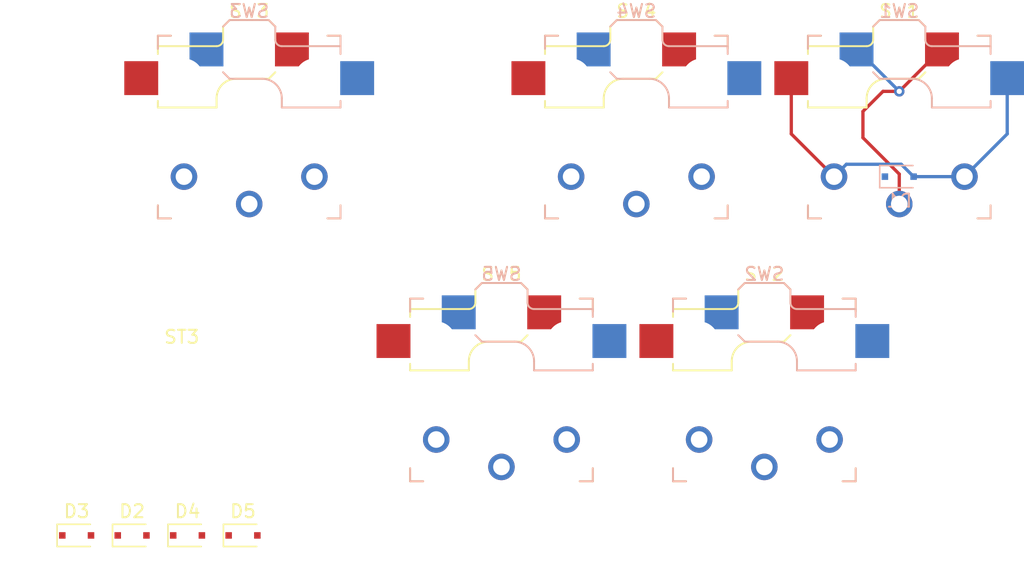
<source format=kicad_pcb>
(kicad_pcb (version 20211014) (generator pcbnew)
  (layers (0 "F.Cu" signal) (31 "B.Cu" signal) (34 "B.Paste" user) (35 "F.Paste" user) (36 "B.SilkS" user "B.Silkscreen") (37 "F.SilkS" user "F.Silkscreen") (38 "B.Mask" user) (39 "F.Mask" user) (44 "Edge.Cuts" user))
  (net 0 "")
  (net 1 "COL0")
  (net 2 "COL1")
  (net 3 "COL2")
  (net 4 "N$1")
  (net 5 "N$2")
  (net 6 "N$3")
  (net 7 "N$4")
  (net 8 "N$5")
  (net 9 "ROW0")
  (net 10 "ROW1")
  (footprint "Diode_SMD:D_SOD-323F" (layer "F.Cu") (at 8.5 0)
    (fp_text reference "D2" (at 0 -1.85) (layer "F.SilkS"))
    (fp_text value "D")
    (fp_line (start -1.5 0.85) (end 1.05 0.85) (layer "F.SilkS") (width 0.12))
    (fp_line (start -1.5 -0.85) (end 1.05 -0.85) (layer "F.SilkS") (width 0.12))
    (fp_line (start -1.5 -0.85) (end -1.5 0.85) (layer "F.SilkS") (width 0.12))
    (pad "1" smd rect locked (at -1.1 0) (size 0.5 0.5) (layers "F.Cu" "F.Paste" "F.Mask") (net 10 "ROW1"))
    (pad "2" smd rect locked (at 1.1 0) (size 0.5 0.5) (layers "F.Cu" "F.Paste" "F.Mask") (net 5 "N$2"))
  )
  (footprint "Diode_SMD:D_SOD-323F" (layer "F.Cu") (at 4.25 0)
    (fp_text reference "D3" (at 0 -1.85) (layer "F.SilkS"))
    (fp_text value "D")
    (fp_line (start -1.5 -0.85) (end 1.05 -0.85) (layer "F.SilkS") (width 0.12))
    (fp_line (start -1.5 0.85) (end 1.05 0.85) (layer "F.SilkS") (width 0.12))
    (fp_line (start -1.5 -0.85) (end -1.5 0.85) (layer "F.SilkS") (width 0.12))
    (pad "1" smd rect locked (at -1.1 0) (size 0.5 0.5) (layers "F.Cu" "F.Paste" "F.Mask") (net 9 "ROW0"))
    (pad "2" smd rect locked (at 1.1 0) (size 0.5 0.5) (layers "F.Cu" "F.Paste" "F.Mask") (net 6 "N$3"))
  )
  (footprint "Diode_SMD:D_SOD-323F" (layer "F.Cu") (at 12.75 0)
    (fp_text reference "D4" (at 0 -1.85) (layer "F.SilkS"))
    (fp_text value "D")
    (fp_line (start -1.5 -0.85) (end -1.5 0.85) (layer "F.SilkS") (width 0.12))
    (fp_line (start -1.5 0.85) (end 1.05 0.85) (layer "F.SilkS") (width 0.12))
    (fp_line (start -1.5 -0.85) (end 1.05 -0.85) (layer "F.SilkS") (width 0.12))
    (pad "1" smd rect locked (at -1.1 0) (size 0.5 0.5) (layers "F.Cu" "F.Paste" "F.Mask") (net 10 "ROW1"))
    (pad "2" smd rect locked (at 1.1 0) (size 0.5 0.5) (layers "F.Cu" "F.Paste" "F.Mask") (net 7 "N$4"))
  )
  (footprint "Diode_SMD:D_SOD-323F" (layer "F.Cu") (at 17 0)
    (fp_text reference "D5" (at 0 -1.85) (layer "F.SilkS"))
    (fp_text value "D")
    (fp_line (start -1.5 -0.85) (end -1.5 0.85) (layer "F.SilkS") (width 0.12))
    (fp_line (start -1.5 0.85) (end 1.05 0.85) (layer "F.SilkS") (width 0.12))
    (fp_line (start -1.5 -0.85) (end 1.05 -0.85) (layer "F.SilkS") (width 0.12))
    (pad "1" smd rect locked (at -1.1 0) (size 0.5 0.5) (layers "F.Cu" "F.Paste" "F.Mask") (net 10 "ROW1"))
    (pad "2" smd rect locked (at 1.1 0) (size 0.5 0.5) (layers "F.Cu" "F.Paste" "F.Mask") (net 8 "N$5"))
  )
  (footprint "examples:Stabilizer_Cherry_MX_2u" (layer "F.Cu") (at 12.306899 -12.216001)
    (fp_text reference "ST3" (at 0 -3) (layer "F.SilkS"))
    (fp_text value "MountingHole")
    (pad "" np_thru_hole circle locked (at -11.938 -6.985) (size 3.048 3.048) (drill 3.048) (layers *.Cu *.Mask))
    (pad "" np_thru_hole circle locked (at 11.938 -6.985) (size 3.048 3.048) (drill 3.048) (layers *.Cu *.Mask))
    (pad "" np_thru_hole circle locked (at 11.938 8.255) (size 3.9878 3.9878) (drill 3.9878) (layers *.Cu *.Mask))
    (pad "" np_thru_hole circle locked (at -11.938 8.255) (size 3.9878 3.9878) (drill 3.9878) (layers *.Cu *.Mask))
  )
  (footprint "examples:Kailh_socket_PG1350_optional_reversible" (layer "F.Cu") (at 67.3 -31.3)
    (fp_text reference "SW1" (at 0 -8.89) (layer "F.SilkS"))
    (fp_text value "SW_Push")
    (fp_text user "${REFERENCE}" (at 0 -8.89) (layer "B.SilkS") (effects (justify mirror)))
    (fp_line (start -1.5 -8.2) (end 1.5 -8.2) (layer "B.SilkS") (width 0.15))
    (fp_line (start 7 -6.2) (end 2.5 -6.2) (layer "B.SilkS") (width 0.15))
    (fp_line (start 7 -5.6) (end 7 -6.2) (layer "B.SilkS") (width 0.15))
    (fp_line (start -2 -7.7) (end -1.5 -8.2) (layer "B.SilkS") (width 0.15))
    (fp_line (start 1.5 -8.2) (end 2 -7.7) (layer "B.SilkS") (width 0.15))
    (fp_line (start 2.5 -1.5) (end 7 -1.5) (layer "B.SilkS") (width 0.15))
    (fp_line (start 2 -6.7) (end 2 -7.7) (layer "B.SilkS") (width 0.15))
    (fp_line (start -7 -6) (end -7 -7) (layer "B.SilkS") (width 0.15))
    (fp_line (start -1.5 -3.7) (end 1 -3.7) (layer "B.SilkS") (width 0.15))
    (fp_line (start 6 -7) (end 7 -7) (layer "B.SilkS") (width 0.15))
    (fp_line (start -2 -4.2) (end -1.5 -3.7) (layer "B.SilkS") (width 0.15))
    (fp_line (start 2.5 -2.2) (end 2.5 -1.5) (layer "B.SilkS") (width 0.15))
    (fp_line (start 7 6) (end 7 7) (layer "B.SilkS") (width 0.15))
    (fp_line (start 7 -7) (end 7 -6) (layer "B.SilkS") (width 0.15))
    (fp_line (start 7 -1.5) (end 7 -2) (layer "B.SilkS") (width 0.15))
    (fp_line (start -7 7) (end -7 6) (layer "B.SilkS") (width 0.15))
    (fp_line (start -6 7) (end -7 7) (layer "B.SilkS") (width 0.15))
    (fp_line (start -7 -7) (end -6 -7) (layer "B.SilkS") (width 0.15))
    (fp_line (start 7 7) (end 6 7) (layer "B.SilkS") (width 0.15))
    (fp_arc (start 1 -3.7) (mid 2.06066 -3.26066) (end 2.5 -2.2) (layer "B.SilkS") (width 0.15))
    (fp_arc (start 2.5 -6.2) (mid 2.146447 -6.346447) (end 2 -6.7) (layer "B.SilkS") (width 0.15))
    (fp_line (start 1.5 -8.2) (end -1.5 -8.2) (layer "F.SilkS") (width 0.15))
    (fp_line (start -2.5 -1.5) (end -7 -1.5) (layer "F.SilkS") (width 0.15))
    (fp_line (start 1.5 -3.7) (end -1 -3.7) (layer "F.SilkS") (width 0.15))
    (fp_line (start -6 7) (end -7 7) (layer "F.SilkS") (width 0.15))
    (fp_line (start -7 7) (end -7 6) (layer "F.SilkS") (width 0.15))
    (fp_line (start -7 -1.5) (end -7 -2) (layer "F.SilkS") (width 0.15))
    (fp_line (start -7 -6.2) (end -2.5 -6.2) (layer "F.SilkS") (width 0.15))
    (fp_line (start -2.5 -2.2) (end -2.5 -1.5) (layer "F.SilkS") (width 0.15))
    (fp_line (start 2 -7.7) (end 1.5 -8.2) (layer "F.SilkS") (width 0.15))
    (fp_line (start -1.5 -8.2) (end -2 -7.7) (layer "F.SilkS") (width 0.15))
    (fp_line (start 2 -4.2) (end 1.5 -3.7) (layer "F.SilkS") (width 0.15))
    (fp_line (start 7 6) (end 7 7) (layer "F.SilkS") (width 0.15))
    (fp_line (start 7 7) (end 6 7) (layer "F.SilkS") (width 0.15))
    (fp_line (start 6 -7) (end 7 -7) (layer "F.SilkS") (width 0.15))
    (fp_line (start -2 -6.7) (end -2 -7.7) (layer "F.SilkS") (width 0.15))
    (fp_line (start -7 -7) (end -6 -7) (layer "F.SilkS") (width 0.15))
    (fp_line (start -7 -5.6) (end -7 -6.2) (layer "F.SilkS") (width 0.15))
    (fp_line (start 7 -7) (end 7 -6) (layer "F.SilkS") (width 0.15))
    (fp_line (start -7 -6) (end -7 -7) (layer "F.SilkS") (width 0.15))
    (fp_arc (start -2.5 -2.2) (mid -2.06066 -3.26066) (end -1 -3.7) (layer "F.SilkS") (width 0.15))
    (fp_arc (start -2 -6.7) (mid -2.146447 -6.346447) (end -2.5 -6.2) (layer "F.SilkS") (width 0.15))
    (pad "" np_thru_hole circle locked (at 0 -5.95) (size 3 3) (drill 3) (layers *.Cu *.Mask))
    (pad "" np_thru_hole circle locked (at 5.5 0) (size 1.7018 1.7018) (drill 1.7018) (layers *.Cu *.Mask))
    (pad "" np_thru_hole circle locked (at -5.5 0) (size 1.7018 1.7018) (drill 1.7018) (layers *.Cu *.Mask))
    (pad "" np_thru_hole circle locked (at -5 -3.75) (size 3 3) (drill 3) (layers *.Cu *.Mask))
    (pad "" np_thru_hole circle locked (at 0 0) (size 3.429 3.429) (drill 3.429) (layers *.Cu *.Mask))
    (pad "" np_thru_hole circle locked (at 5 -3.75) (size 3 3) (drill 3) (layers *.Cu *.Mask))
    (pad "1" smd rect locked (at 3.275 -5.95) (size 2.6 2.6) (layers "F.Cu" "F.Paste" "F.Mask") (net 1 "COL0"))
    (pad "1" thru_hole circle locked (at 0 5.9) (size 2.032 2.032) (drill 1.27) (layers *.Cu *.Mask) (net 1 "COL0"))
    (pad "1" smd rect locked (at -3.275 -5.95) (size 2.6 2.6) (layers "B.Cu" "B.Paste" "B.Mask") (net 1 "COL0"))
    (pad "2" smd rect locked (at -8.275 -3.75) (size 2.6 2.6) (layers "F.Cu" "F.Paste" "F.Mask") (net 4 "N$1"))
    (pad "2" thru_hole circle locked (at 5 3.8) (size 2.032 2.032) (drill 1.27) (layers *.Cu *.Mask) (net 4 "N$1"))
    (pad "2" thru_hole circle locked (at -5 3.8) (size 2.032 2.032) (drill 1.27) (layers *.Cu *.Mask) (net 4 "N$1"))
    (pad "2" smd rect locked (at 8.275 -3.75) (size 2.6 2.6) (layers "B.Cu" "B.Paste" "B.Mask") (net 4 "N$1"))
  )
  (footprint "examples:Kailh_socket_PG1350_optional_reversible" (layer "F.Cu") (at 56.96 -11.15)
    (fp_text reference "SW2" (at 0 -8.89) (layer "F.SilkS"))
    (fp_text value "SW_Push")
    (fp_text user "${REFERENCE}" (at 0 -8.89) (layer "B.SilkS") (effects (justify mirror)))
    (fp_line (start -1.5 -8.2) (end 1.5 -8.2) (layer "B.SilkS") (width 0.15))
    (fp_line (start -2 -7.7) (end -1.5 -8.2) (layer "B.SilkS") (width 0.15))
    (fp_line (start 7 -5.6) (end 7 -6.2) (layer "B.SilkS") (width 0.15))
    (fp_line (start -7 -7) (end -6 -7) (layer "B.SilkS") (width 0.15))
    (fp_line (start -1.5 -3.7) (end 1 -3.7) (layer "B.SilkS") (width 0.15))
    (fp_line (start 2.5 -1.5) (end 7 -1.5) (layer "B.SilkS") (width 0.15))
    (fp_line (start 1.5 -8.2) (end 2 -7.7) (layer "B.SilkS") (width 0.15))
    (fp_line (start 6 -7) (end 7 -7) (layer "B.SilkS") (width 0.15))
    (fp_line (start 7 -7) (end 7 -6) (layer "B.SilkS") (width 0.15))
    (fp_line (start 2 -6.7) (end 2 -7.7) (layer "B.SilkS") (width 0.15))
    (fp_line (start 7 -1.5) (end 7 -2) (layer "B.SilkS") (width 0.15))
    (fp_line (start 7 -6.2) (end 2.5 -6.2) (layer "B.SilkS") (width 0.15))
    (fp_line (start -7 -6) (end -7 -7) (layer "B.SilkS") (width 0.15))
    (fp_line (start 7 6) (end 7 7) (layer "B.SilkS") (width 0.15))
    (fp_line (start -2 -4.2) (end -1.5 -3.7) (layer "B.SilkS") (width 0.15))
    (fp_line (start 2.5 -2.2) (end 2.5 -1.5) (layer "B.SilkS") (width 0.15))
    (fp_line (start -6 7) (end -7 7) (layer "B.SilkS") (width 0.15))
    (fp_line (start 7 7) (end 6 7) (layer "B.SilkS") (width 0.15))
    (fp_line (start -7 7) (end -7 6) (layer "B.SilkS") (width 0.15))
    (fp_arc (start 1 -3.7) (mid 2.06066 -3.26066) (end 2.5 -2.2) (layer "B.SilkS") (width 0.15))
    (fp_arc (start 2.5 -6.2) (mid 2.146447 -6.346447) (end 2 -6.7) (layer "B.SilkS") (width 0.15))
    (fp_line (start -2.5 -2.2) (end -2.5 -1.5) (layer "F.SilkS") (width 0.15))
    (fp_line (start -7 -1.5) (end -7 -2) (layer "F.SilkS") (width 0.15))
    (fp_line (start 2 -4.2) (end 1.5 -3.7) (layer "F.SilkS") (width 0.15))
    (fp_line (start -1.5 -8.2) (end -2 -7.7) (layer "F.SilkS") (width 0.15))
    (fp_line (start 1.5 -8.2) (end -1.5 -8.2) (layer "F.SilkS") (width 0.15))
    (fp_line (start 7 6) (end 7 7) (layer "F.SilkS") (width 0.15))
    (fp_line (start 7 7) (end 6 7) (layer "F.SilkS") (width 0.15))
    (fp_line (start -7 -7) (end -6 -7) (layer "F.SilkS") (width 0.15))
    (fp_line (start 1.5 -3.7) (end -1 -3.7) (layer "F.SilkS") (width 0.15))
    (fp_line (start -2 -6.7) (end -2 -7.7) (layer "F.SilkS") (width 0.15))
    (fp_line (start -2.5 -1.5) (end -7 -1.5) (layer "F.SilkS") (width 0.15))
    (fp_line (start -6 7) (end -7 7) (layer "F.SilkS") (width 0.15))
    (fp_line (start -7 -6.2) (end -2.5 -6.2) (layer "F.SilkS") (width 0.15))
    (fp_line (start 2 -7.7) (end 1.5 -8.2) (layer "F.SilkS") (width 0.15))
    (fp_line (start -7 -5.6) (end -7 -6.2) (layer "F.SilkS") (width 0.15))
    (fp_line (start -7 -6) (end -7 -7) (layer "F.SilkS") (width 0.15))
    (fp_line (start 6 -7) (end 7 -7) (layer "F.SilkS") (width 0.15))
    (fp_line (start 7 -7) (end 7 -6) (layer "F.SilkS") (width 0.15))
    (fp_line (start -7 7) (end -7 6) (layer "F.SilkS") (width 0.15))
    (fp_arc (start -2 -6.7) (mid -2.146447 -6.346447) (end -2.5 -6.2) (layer "F.SilkS") (width 0.15))
    (fp_arc (start -2.5 -2.2) (mid -2.06066 -3.26066) (end -1 -3.7) (layer "F.SilkS") (width 0.15))
    (pad "" np_thru_hole circle locked (at 0 -5.95) (size 3 3) (drill 3) (layers *.Cu *.Mask))
    (pad "" np_thru_hole circle locked (at 5 -3.75) (size 3 3) (drill 3) (layers *.Cu *.Mask))
    (pad "" np_thru_hole circle locked (at -5.5 0) (size 1.7018 1.7018) (drill 1.7018) (layers *.Cu *.Mask))
    (pad "" np_thru_hole circle locked (at 5.5 0) (size 1.7018 1.7018) (drill 1.7018) (layers *.Cu *.Mask))
    (pad "" np_thru_hole circle locked (at 0 0) (size 3.429 3.429) (drill 3.429) (layers *.Cu *.Mask))
    (pad "" np_thru_hole circle locked (at -5 -3.75) (size 3 3) (drill 3) (layers *.Cu *.Mask))
    (pad "1" thru_hole circle locked (at 0 5.9) (size 2.032 2.032) (drill 1.27) (layers *.Cu *.Mask) (net 1 "COL0"))
    (pad "1" smd rect locked (at 3.275 -5.95) (size 2.6 2.6) (layers "F.Cu" "F.Paste" "F.Mask") (net 1 "COL0"))
    (pad "1" smd rect locked (at -3.275 -5.95) (size 2.6 2.6) (layers "B.Cu" "B.Paste" "B.Mask") (net 1 "COL0"))
    (pad "2" smd rect locked (at -8.275 -3.75) (size 2.6 2.6) (layers "F.Cu" "F.Paste" "F.Mask") (net 5 "N$2"))
    (pad "2" thru_hole circle locked (at -5 3.8) (size 2.032 2.032) (drill 1.27) (layers *.Cu *.Mask) (net 5 "N$2"))
    (pad "2" smd rect locked (at 8.275 -3.75) (size 2.6 2.6) (layers "B.Cu" "B.Paste" "B.Mask") (net 5 "N$2"))
    (pad "2" thru_hole circle locked (at 5 3.8) (size 2.032 2.032) (drill 1.27) (layers *.Cu *.Mask) (net 5 "N$2"))
  )
  (footprint "examples:Kailh_socket_PG1350_optional_reversible" (layer "F.Cu") (at 17.475 -31.3)
    (fp_text reference "SW3" (at 0 -8.89) (layer "F.SilkS"))
    (fp_text value "SW_Push")
    (fp_text user "${REFERENCE}" (at 0 -8.89) (layer "B.SilkS") (effects (justify mirror)))
    (fp_line (start -7 7) (end -7 6) (layer "B.SilkS") (width 0.15))
    (fp_line (start -1.5 -3.7) (end 1 -3.7) (layer "B.SilkS") (width 0.15))
    (fp_line (start 7 -7) (end 7 -6) (layer "B.SilkS") (width 0.15))
    (fp_line (start -7 -7) (end -6 -7) (layer "B.SilkS") (width 0.15))
    (fp_line (start -7 -6) (end -7 -7) (layer "B.SilkS") (width 0.15))
    (fp_line (start 7 -5.6) (end 7 -6.2) (layer "B.SilkS") (width 0.15))
    (fp_line (start 7 -6.2) (end 2.5 -6.2) (layer "B.SilkS") (width 0.15))
    (fp_line (start 7 -1.5) (end 7 -2) (layer "B.SilkS") (width 0.15))
    (fp_line (start -2 -4.2) (end -1.5 -3.7) (layer "B.SilkS") (width 0.15))
    (fp_line (start 2.5 -2.2) (end 2.5 -1.5) (layer "B.SilkS") (width 0.15))
    (fp_line (start -6 7) (end -7 7) (layer "B.SilkS") (width 0.15))
    (fp_line (start -2 -7.7) (end -1.5 -8.2) (layer "B.SilkS") (width 0.15))
    (fp_line (start 1.5 -8.2) (end 2 -7.7) (layer "B.SilkS") (width 0.15))
    (fp_line (start 6 -7) (end 7 -7) (layer "B.SilkS") (width 0.15))
    (fp_line (start 7 6) (end 7 7) (layer "B.SilkS") (width 0.15))
    (fp_line (start 2 -6.7) (end 2 -7.7) (layer "B.SilkS") (width 0.15))
    (fp_line (start -1.5 -8.2) (end 1.5 -8.2) (layer "B.SilkS") (width 0.15))
    (fp_line (start 7 7) (end 6 7) (layer "B.SilkS") (width 0.15))
    (fp_line (start 2.5 -1.5) (end 7 -1.5) (layer "B.SilkS") (width 0.15))
    (fp_arc (start 1 -3.7) (mid 2.06066 -3.26066) (end 2.5 -2.2) (layer "B.SilkS") (width 0.15))
    (fp_arc (start 2.5 -6.2) (mid 2.146447 -6.346447) (end 2 -6.7) (layer "B.SilkS") (width 0.15))
    (fp_line (start 1.5 -8.2) (end -1.5 -8.2) (layer "F.SilkS") (width 0.15))
    (fp_line (start 1.5 -3.7) (end -1 -3.7) (layer "F.SilkS") (width 0.15))
    (fp_line (start 6 -7) (end 7 -7) (layer "F.SilkS") (width 0.15))
    (fp_line (start 7 -7) (end 7 -6) (layer "F.SilkS") (width 0.15))
    (fp_line (start -2.5 -1.5) (end -7 -1.5) (layer "F.SilkS") (width 0.15))
    (fp_line (start -2.5 -2.2) (end -2.5 -1.5) (layer "F.SilkS") (width 0.15))
    (fp_line (start -1.5 -8.2) (end -2 -7.7) (layer "F.SilkS") (width 0.15))
    (fp_line (start 7 7) (end 6 7) (layer "F.SilkS") (width 0.15))
    (fp_line (start 2 -4.2) (end 1.5 -3.7) (layer "F.SilkS") (width 0.15))
    (fp_line (start -7 7) (end -7 6) (layer "F.SilkS") (width 0.15))
    (fp_line (start 7 6) (end 7 7) (layer "F.SilkS") (width 0.15))
    (fp_line (start -7 -7) (end -6 -7) (layer "F.SilkS") (width 0.15))
    (fp_line (start -2 -6.7) (end -2 -7.7) (layer "F.SilkS") (width 0.15))
    (fp_line (start -7 -6) (end -7 -7) (layer "F.SilkS") (width 0.15))
    (fp_line (start 2 -7.7) (end 1.5 -8.2) (layer "F.SilkS") (width 0.15))
    (fp_line (start -7 -1.5) (end -7 -2) (layer "F.SilkS") (width 0.15))
    (fp_line (start -7 -5.6) (end -7 -6.2) (layer "F.SilkS") (width 0.15))
    (fp_line (start -7 -6.2) (end -2.5 -6.2) (layer "F.SilkS") (width 0.15))
    (fp_line (start -6 7) (end -7 7) (layer "F.SilkS") (width 0.15))
    (fp_arc (start -2.5 -2.2) (mid -2.06066 -3.26066) (end -1 -3.7) (layer "F.SilkS") (width 0.15))
    (fp_arc (start -2 -6.7) (mid -2.146447 -6.346447) (end -2.5 -6.2) (layer "F.SilkS") (width 0.15))
    (pad "" np_thru_hole circle locked (at -5 -3.75) (size 3 3) (drill 3) (layers *.Cu *.Mask))
    (pad "" np_thru_hole circle locked (at -5.5 0) (size 1.7018 1.7018) (drill 1.7018) (layers *.Cu *.Mask))
    (pad "" np_thru_hole circle locked (at 5.5 0) (size 1.7018 1.7018) (drill 1.7018) (layers *.Cu *.Mask))
    (pad "" np_thru_hole circle locked (at 0 -5.95) (size 3 3) (drill 3) (layers *.Cu *.Mask))
    (pad "" np_thru_hole circle locked (at 5 -3.75) (size 3 3) (drill 3) (layers *.Cu *.Mask))
    (pad "" np_thru_hole circle locked (at 0 0) (size 3.429 3.429) (drill 3.429) (layers *.Cu *.Mask))
    (pad "1" smd rect locked (at -3.275 -5.95) (size 2.6 2.6) (layers "B.Cu" "B.Paste" "B.Mask") (net 2 "COL1"))
    (pad "1" smd rect locked (at 3.275 -5.95) (size 2.6 2.6) (layers "F.Cu" "F.Paste" "F.Mask") (net 2 "COL1"))
    (pad "1" thru_hole circle locked (at 0 5.9) (size 2.032 2.032) (drill 1.27) (layers *.Cu *.Mask) (net 2 "COL1"))
    (pad "2" thru_hole circle locked (at -5 3.8) (size 2.032 2.032) (drill 1.27) (layers *.Cu *.Mask) (net 6 "N$3"))
    (pad "2" smd rect locked (at -8.275 -3.75) (size 2.6 2.6) (layers "F.Cu" "F.Paste" "F.Mask") (net 6 "N$3"))
    (pad "2" smd rect locked (at 8.275 -3.75) (size 2.6 2.6) (layers "B.Cu" "B.Paste" "B.Mask") (net 6 "N$3"))
    (pad "2" thru_hole circle locked (at 5 3.8) (size 2.032 2.032) (drill 1.27) (layers *.Cu *.Mask) (net 6 "N$3"))
  )
  (footprint "examples:Kailh_socket_PG1350_optional_reversible" (layer "F.Cu") (at 47.15 -31.3)
    (fp_text reference "SW4" (at 0 -8.89) (layer "F.SilkS"))
    (fp_text value "SW_Push")
    (fp_text user "${REFERENCE}" (at 0 -8.89) (layer "B.SilkS") (effects (justify mirror)))
    (fp_line (start -1.5 -8.2) (end 1.5 -8.2) (layer "B.SilkS") (width 0.15))
    (fp_line (start 2.5 -1.5) (end 7 -1.5) (layer "B.SilkS") (width 0.15))
    (fp_line (start 7 -7) (end 7 -6) (layer "B.SilkS") (width 0.15))
    (fp_line (start 7 6) (end 7 7) (layer "B.SilkS") (width 0.15))
    (fp_line (start -7 -7) (end -6 -7) (layer "B.SilkS") (width 0.15))
    (fp_line (start -1.5 -3.7) (end 1 -3.7) (layer "B.SilkS") (width 0.15))
    (fp_line (start 6 -7) (end 7 -7) (layer "B.SilkS") (width 0.15))
    (fp_line (start -2 -7.7) (end -1.5 -8.2) (layer "B.SilkS") (width 0.15))
    (fp_line (start -6 7) (end -7 7) (layer "B.SilkS") (width 0.15))
    (fp_line (start 7 -5.6) (end 7 -6.2) (layer "B.SilkS") (width 0.15))
    (fp_line (start 7 7) (end 6 7) (layer "B.SilkS") (width 0.15))
    (fp_line (start 2.5 -2.2) (end 2.5 -1.5) (layer "B.SilkS") (width 0.15))
    (fp_line (start 7 -6.2) (end 2.5 -6.2) (layer "B.SilkS") (width 0.15))
    (fp_line (start 2 -6.7) (end 2 -7.7) (layer "B.SilkS") (width 0.15))
    (fp_line (start -7 7) (end -7 6) (layer "B.SilkS") (width 0.15))
    (fp_line (start 7 -1.5) (end 7 -2) (layer "B.SilkS") (width 0.15))
    (fp_line (start -7 -6) (end -7 -7) (layer "B.SilkS") (width 0.15))
    (fp_line (start -2 -4.2) (end -1.5 -3.7) (layer "B.SilkS") (width 0.15))
    (fp_line (start 1.5 -8.2) (end 2 -7.7) (layer "B.SilkS") (width 0.15))
    (fp_arc (start 2.5 -6.2) (mid 2.146447 -6.346447) (end 2 -6.7) (layer "B.SilkS") (width 0.15))
    (fp_arc (start 1 -3.7) (mid 2.06066 -3.26066) (end 2.5 -2.2) (layer "B.SilkS") (width 0.15))
    (fp_line (start -7 -7) (end -6 -7) (layer "F.SilkS") (width 0.15))
    (fp_line (start -7 -1.5) (end -7 -2) (layer "F.SilkS") (width 0.15))
    (fp_line (start -7 7) (end -7 6) (layer "F.SilkS") (width 0.15))
    (fp_line (start 1.5 -8.2) (end -1.5 -8.2) (layer "F.SilkS") (width 0.15))
    (fp_line (start 7 6) (end 7 7) (layer "F.SilkS") (width 0.15))
    (fp_line (start -2.5 -1.5) (end -7 -1.5) (layer "F.SilkS") (width 0.15))
    (fp_line (start 2 -4.2) (end 1.5 -3.7) (layer "F.SilkS") (width 0.15))
    (fp_line (start -7 -5.6) (end -7 -6.2) (layer "F.SilkS") (width 0.15))
    (fp_line (start 7 7) (end 6 7) (layer "F.SilkS") (width 0.15))
    (fp_line (start -1.5 -8.2) (end -2 -7.7) (layer "F.SilkS") (width 0.15))
    (fp_line (start -2.5 -2.2) (end -2.5 -1.5) (layer "F.SilkS") (width 0.15))
    (fp_line (start -7 -6) (end -7 -7) (layer "F.SilkS") (width 0.15))
    (fp_line (start -7 -6.2) (end -2.5 -6.2) (layer "F.SilkS") (width 0.15))
    (fp_line (start 6 -7) (end 7 -7) (layer "F.SilkS") (width 0.15))
    (fp_line (start -6 7) (end -7 7) (layer "F.SilkS") (width 0.15))
    (fp_line (start 2 -7.7) (end 1.5 -8.2) (layer "F.SilkS") (width 0.15))
    (fp_line (start 1.5 -3.7) (end -1 -3.7) (layer "F.SilkS") (width 0.15))
    (fp_line (start 7 -7) (end 7 -6) (layer "F.SilkS") (width 0.15))
    (fp_line (start -2 -6.7) (end -2 -7.7) (layer "F.SilkS") (width 0.15))
    (fp_arc (start -2.5 -2.2) (mid -2.06066 -3.26066) (end -1 -3.7) (layer "F.SilkS") (width 0.15))
    (fp_arc (start -2 -6.7) (mid -2.146447 -6.346447) (end -2.5 -6.2) (layer "F.SilkS") (width 0.15))
    (pad "" np_thru_hole circle locked (at -5 -3.75) (size 3 3) (drill 3) (layers *.Cu *.Mask))
    (pad "" np_thru_hole circle locked (at 0 0) (size 3.429 3.429) (drill 3.429) (layers *.Cu *.Mask))
    (pad "" np_thru_hole circle locked (at 5.5 0) (size 1.7018 1.7018) (drill 1.7018) (layers *.Cu *.Mask))
    (pad "" np_thru_hole circle locked (at -5.5 0) (size 1.7018 1.7018) (drill 1.7018) (layers *.Cu *.Mask))
    (pad "" np_thru_hole circle locked (at 5 -3.75) (size 3 3) (drill 3) (layers *.Cu *.Mask))
    (pad "" np_thru_hole circle locked (at 0 -5.95) (size 3 3) (drill 3) (layers *.Cu *.Mask))
    (pad "1" smd rect locked (at 3.275 -5.95) (size 2.6 2.6) (layers "F.Cu" "F.Paste" "F.Mask") (net 2 "COL1"))
    (pad "1" thru_hole circle locked (at 0 5.9) (size 2.032 2.032) (drill 1.27) (layers *.Cu *.Mask) (net 2 "COL1"))
    (pad "1" smd rect locked (at -3.275 -5.95) (size 2.6 2.6) (layers "B.Cu" "B.Paste" "B.Mask") (net 2 "COL1"))
    (pad "2" smd rect locked (at -8.275 -3.75) (size 2.6 2.6) (layers "F.Cu" "F.Paste" "F.Mask") (net 7 "N$4"))
    (pad "2" thru_hole circle locked (at 5 3.8) (size 2.032 2.032) (drill 1.27) (layers *.Cu *.Mask) (net 7 "N$4"))
    (pad "2" smd rect locked (at 8.275 -3.75) (size 2.6 2.6) (layers "B.Cu" "B.Paste" "B.Mask") (net 7 "N$4"))
    (pad "2" thru_hole circle locked (at -5 3.8) (size 2.032 2.032) (drill 1.27) (layers *.Cu *.Mask) (net 7 "N$4"))
  )
  (footprint "examples:Kailh_socket_PG1350_optional_reversible" (layer "F.Cu") (at 36.81 -11.15)
    (fp_text reference "SW5" (at 0 -8.89) (layer "F.SilkS"))
    (fp_text value "SW_Push")
    (fp_text user "${REFERENCE}" (at 0 -8.89) (layer "B.SilkS") (effects (justify mirror)))
    (fp_line (start -1.5 -3.7) (end 1 -3.7) (layer "B.SilkS") (width 0.15))
    (fp_line (start 7 -6.2) (end 2.5 -6.2) (layer "B.SilkS") (width 0.15))
    (fp_line (start 1.5 -8.2) (end 2 -7.7) (layer "B.SilkS") (width 0.15))
    (fp_line (start 6 -7) (end 7 -7) (layer "B.SilkS") (width 0.15))
    (fp_line (start -2 -4.2) (end -1.5 -3.7) (layer "B.SilkS") (width 0.15))
    (fp_line (start 7 -5.6) (end 7 -6.2) (layer "B.SilkS") (width 0.15))
    (fp_line (start -7 7) (end -7 6) (layer "B.SilkS") (width 0.15))
    (fp_line (start -7 -7) (end -6 -7) (layer "B.SilkS") (width 0.15))
    (fp_line (start -7 -6) (end -7 -7) (layer "B.SilkS") (width 0.15))
    (fp_line (start 2.5 -1.5) (end 7 -1.5) (layer "B.SilkS") (width 0.15))
    (fp_line (start 7 -1.5) (end 7 -2) (layer "B.SilkS") (width 0.15))
    (fp_line (start -6 7) (end -7 7) (layer "B.SilkS") (width 0.15))
    (fp_line (start 7 7) (end 6 7) (layer "B.SilkS") (width 0.15))
    (fp_line (start -2 -7.7) (end -1.5 -8.2) (layer "B.SilkS") (width 0.15))
    (fp_line (start 7 -7) (end 7 -6) (layer "B.SilkS") (width 0.15))
    (fp_line (start -1.5 -8.2) (end 1.5 -8.2) (layer "B.SilkS") (width 0.15))
    (fp_line (start 2.5 -2.2) (end 2.5 -1.5) (layer "B.SilkS") (width 0.15))
    (fp_line (start 2 -6.7) (end 2 -7.7) (layer "B.SilkS") (width 0.15))
    (fp_line (start 7 6) (end 7 7) (layer "B.SilkS") (width 0.15))
    (fp_arc (start 2.5 -6.2) (mid 2.146447 -6.346447) (end 2 -6.7) (layer "B.SilkS") (width 0.15))
    (fp_arc (start 1 -3.7) (mid 2.06066 -3.26066) (end 2.5 -2.2) (layer "B.SilkS") (width 0.15))
    (fp_line (start 7 6) (end 7 7) (layer "F.SilkS") (width 0.15))
    (fp_line (start -7 -6.2) (end -2.5 -6.2) (layer "F.SilkS") (width 0.15))
    (fp_line (start -7 7) (end -7 6) (layer "F.SilkS") (width 0.15))
    (fp_line (start 7 7) (end 6 7) (layer "F.SilkS") (width 0.15))
    (fp_line (start -2.5 -1.5) (end -7 -1.5) (layer "F.SilkS") (width 0.15))
    (fp_line (start -6 7) (end -7 7) (layer "F.SilkS") (width 0.15))
    (fp_line (start -2.5 -2.2) (end -2.5 -1.5) (layer "F.SilkS") (width 0.15))
    (fp_line (start 7 -7) (end 7 -6) (layer "F.SilkS") (width 0.15))
    (fp_line (start 2 -4.2) (end 1.5 -3.7) (layer "F.SilkS") (width 0.15))
    (fp_line (start 2 -7.7) (end 1.5 -8.2) (layer "F.SilkS") (width 0.15))
    (fp_line (start -7 -6) (end -7 -7) (layer "F.SilkS") (width 0.15))
    (fp_line (start -7 -5.6) (end -7 -6.2) (layer "F.SilkS") (width 0.15))
    (fp_line (start -7 -1.5) (end -7 -2) (layer "F.SilkS") (width 0.15))
    (fp_line (start -7 -7) (end -6 -7) (layer "F.SilkS") (width 0.15))
    (fp_line (start -2 -6.7) (end -2 -7.7) (layer "F.SilkS") (width 0.15))
    (fp_line (start -1.5 -8.2) (end -2 -7.7) (layer "F.SilkS") (width 0.15))
    (fp_line (start 6 -7) (end 7 -7) (layer "F.SilkS") (width 0.15))
    (fp_line (start 1.5 -3.7) (end -1 -3.7) (layer "F.SilkS") (width 0.15))
    (fp_line (start 1.5 -8.2) (end -1.5 -8.2) (layer "F.SilkS") (width 0.15))
    (fp_arc (start -2 -6.7) (mid -2.146447 -6.346447) (end -2.5 -6.2) (layer "F.SilkS") (width 0.15))
    (fp_arc (start -2.5 -2.2) (mid -2.06066 -3.26066) (end -1 -3.7) (layer "F.SilkS") (width 0.15))
    (pad "" np_thru_hole circle locked (at 0 -5.95) (size 3 3) (drill 3) (layers *.Cu *.Mask))
    (pad "" np_thru_hole circle locked (at -5.5 0) (size 1.7018 1.7018) (drill 1.7018) (layers *.Cu *.Mask))
    (pad "" np_thru_hole circle locked (at 5.5 0) (size 1.7018 1.7018) (drill 1.7018) (layers *.Cu *.Mask))
    (pad "" np_thru_hole circle locked (at -5 -3.75) (size 3 3) (drill 3) (layers *.Cu *.Mask))
    (pad "" np_thru_hole circle locked (at 0 0) (size 3.429 3.429) (drill 3.429) (layers *.Cu *.Mask))
    (pad "" np_thru_hole circle locked (at 5 -3.75) (size 3 3) (drill 3) (layers *.Cu *.Mask))
    (pad "1" smd rect locked (at -3.275 -5.95) (size 2.6 2.6) (layers "B.Cu" "B.Paste" "B.Mask") (net 3 "COL2"))
    (pad "1" thru_hole circle locked (at 0 5.9) (size 2.032 2.032) (drill 1.27) (layers *.Cu *.Mask) (net 3 "COL2"))
    (pad "1" smd rect locked (at 3.275 -5.95) (size 2.6 2.6) (layers "F.Cu" "F.Paste" "F.Mask") (net 3 "COL2"))
    (pad "2" smd rect locked (at 8.275 -3.75) (size 2.6 2.6) (layers "B.Cu" "B.Paste" "B.Mask") (net 8 "N$5"))
    (pad "2" smd rect locked (at -8.275 -3.75) (size 2.6 2.6) (layers "F.Cu" "F.Paste" "F.Mask") (net 8 "N$5"))
    (pad "2" thru_hole circle locked (at 5 3.8) (size 2.032 2.032) (drill 1.27) (layers *.Cu *.Mask) (net 8 "N$5"))
    (pad "2" thru_hole circle locked (at -5 3.8) (size 2.032 2.032) (drill 1.27) (layers *.Cu *.Mask) (net 8 "N$5"))
  )
  (footprint "Diode_SMD:D_SOD-323F" (layer "B.Cu") (at 67.3 -27.5)
    (fp_text reference "D1" (at 0 1.85) (layer "B.SilkS") (effects (justify mirror)))
    (fp_text value "D")
    (fp_line (start -1.5 0.85) (end 1.05 0.85) (layer "B.SilkS") (width 0.12))
    (fp_line (start -1.5 0.85) (end -1.5 -0.85) (layer "B.SilkS") (width 0.12))
    (fp_line (start -1.5 -0.85) (end 1.05 -0.85) (layer "B.SilkS") (width 0.12))
    (pad "1" smd rect locked (at -1.1 0) (size 0.5 0.5) (layers "B.Cu" "B.Paste" "B.Mask") (net 9 "ROW0"))
    (pad "2" smd rect locked (at 1.1 0) (size 0.5 0.5) (layers "B.Cu" "B.Paste" "B.Mask") (net 4 "N$1"))
  )
  (segment (start 67.3 -27.696) (end 67.3 -25.4) (width 0.25) (layer "F.Cu") (net 1))
  (segment (start 66.0525 -34.036) (end 64.516 -32.4995) (width 0.25) (layer "F.Cu") (net 1))
  (segment (start 64.516 -32.4995) (end 64.516 -30.48) (width 0.25) (layer "F.Cu") (net 1))
  (segment (start 64.516 -30.48) (end 67.3 -27.696) (width 0.25) (layer "F.Cu") (net 1))
  (segment (start 70.514 -37.25) (end 67.3 -34.036) (width 0.25) (layer "F.Cu") (net 1))
  (segment (start 70.575 -37.25) (end 70.514 -37.25) (width 0.25) (layer "F.Cu") (net 1))
  (segment (start 67.3 -34.036) (end 66.0525 -34.036) (width 0.25) (layer "F.Cu") (net 1))
  (via (at 67.3 -34.036) (size 0.8) (drill 0.4) (layers "F.Cu" "B.Cu") (net 1))
  (segment (start 64.025 -37.25) (end 64.086 -37.25) (width 0.25) (layer "B.Cu") (net 1))
  (segment (start 64.086 -37.25) (end 67.3 -34.036) (width 0.25) (layer "B.Cu") (net 1))
  (segment (start 59.025 -30.775) (end 62.3 -27.5) (width 0.25) (layer "F.Cu") (net 4))
  (segment (start 59.025 -35.05) (end 59.025 -30.775) (width 0.25) (layer "F.Cu") (net 4))
  (segment (start 75.575 -30.775) (end 72.3 -27.5) (width 0.25) (layer "B.Cu") (net 4))
  (segment (start 68.4 -27.5) (end 67.452 -28.448) (width 0.25) (layer "B.Cu") (net 4))
  (segment (start 63.248 -28.448) (end 62.3 -27.5) (width 0.25) (layer "B.Cu") (net 4))
  (segment (start 68.4 -27.5) (end 72.3 -27.5) (width 0.25) (layer "B.Cu") (net 4))
  (segment (start 75.575 -35.05) (end 75.575 -30.775) (width 0.25) (layer "B.Cu") (net 4))
  (segment (start 67.452 -28.448) (end 63.248 -28.448) (width 0.25) (layer "B.Cu") (net 4))
)
</source>
